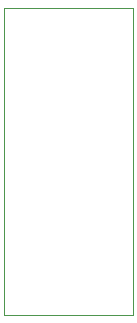
<source format=gbr>
%TF.GenerationSoftware,KiCad,Pcbnew,5.1.10*%
%TF.CreationDate,2021-06-29T06:22:03+03:00*%
%TF.ProjectId,tinyWASP,74696e79-5741-4535-902e-6b696361645f,rev?*%
%TF.SameCoordinates,Original*%
%TF.FileFunction,Profile,NP*%
%FSLAX46Y46*%
G04 Gerber Fmt 4.6, Leading zero omitted, Abs format (unit mm)*
G04 Created by KiCad (PCBNEW 5.1.10) date 2021-06-29 06:22:03*
%MOMM*%
%LPD*%
G01*
G04 APERTURE LIST*
%TA.AperFunction,Profile*%
%ADD10C,0.050000*%
%TD*%
G04 APERTURE END LIST*
D10*
X155000000Y-89000000D02*
X155000000Y-115000000D01*
X166000000Y-89000000D02*
X155000000Y-89000000D01*
X166000000Y-115000000D02*
X166000000Y-89000000D01*
X155000000Y-115000000D02*
X166000000Y-115000000D01*
M02*

</source>
